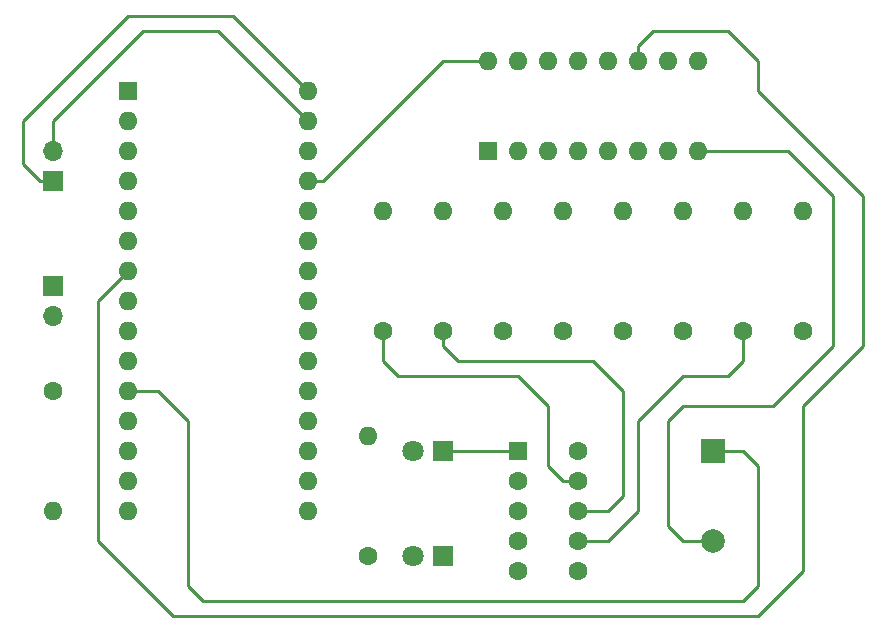
<source format=gbr>
G04 #@! TF.GenerationSoftware,KiCad,Pcbnew,(5.1.5)-3*
G04 #@! TF.CreationDate,2020-04-04T18:01:30+02:00*
G04 #@! TF.ProjectId,BuzzDuino,42757a7a-4475-4696-9e6f-2e6b69636164,rev?*
G04 #@! TF.SameCoordinates,Original*
G04 #@! TF.FileFunction,Copper,L2,Bot*
G04 #@! TF.FilePolarity,Positive*
%FSLAX46Y46*%
G04 Gerber Fmt 4.6, Leading zero omitted, Abs format (unit mm)*
G04 Created by KiCad (PCBNEW (5.1.5)-3) date 2020-04-04 18:01:30*
%MOMM*%
%LPD*%
G04 APERTURE LIST*
%ADD10O,1.600000X1.600000*%
%ADD11C,1.600000*%
%ADD12O,1.700000X1.700000*%
%ADD13R,1.700000X1.700000*%
%ADD14R,1.600000X1.600000*%
%ADD15C,2.000000*%
%ADD16R,2.000000X2.000000*%
%ADD17C,1.800000*%
%ADD18R,1.800000X1.800000*%
%ADD19C,0.250000*%
G04 APERTURE END LIST*
D10*
X128270000Y-109220000D03*
D11*
X128270000Y-119380000D03*
D10*
X101600000Y-115570000D03*
D11*
X101600000Y-105410000D03*
D12*
X101600000Y-99060000D03*
D13*
X101600000Y-96520000D03*
D12*
X101600000Y-85090000D03*
D13*
X101600000Y-87630000D03*
D10*
X123190000Y-115570000D03*
X107950000Y-115570000D03*
X123190000Y-80010000D03*
X107950000Y-113030000D03*
X123190000Y-82550000D03*
X107950000Y-110490000D03*
X123190000Y-85090000D03*
X107950000Y-107950000D03*
X123190000Y-87630000D03*
X107950000Y-105410000D03*
X123190000Y-90170000D03*
X107950000Y-102870000D03*
X123190000Y-92710000D03*
X107950000Y-100330000D03*
X123190000Y-95250000D03*
X107950000Y-97790000D03*
X123190000Y-97790000D03*
X107950000Y-95250000D03*
X123190000Y-100330000D03*
X107950000Y-92710000D03*
X123190000Y-102870000D03*
X107950000Y-90170000D03*
X123190000Y-105410000D03*
X107950000Y-87630000D03*
X123190000Y-107950000D03*
X107950000Y-85090000D03*
X123190000Y-110490000D03*
X107950000Y-82550000D03*
X123190000Y-113030000D03*
D14*
X107950000Y-80010000D03*
D10*
X160020000Y-90170000D03*
D11*
X160020000Y-100330000D03*
D15*
X157480000Y-118090000D03*
D16*
X157480000Y-110490000D03*
D11*
X146050000Y-110490000D03*
X146050000Y-113030000D03*
X146050000Y-115570000D03*
X146050000Y-118110000D03*
X146050000Y-120650000D03*
X140970000Y-120650000D03*
X140970000Y-118110000D03*
X140970000Y-115570000D03*
X140970000Y-113030000D03*
D14*
X140970000Y-110490000D03*
D10*
X138430000Y-77470000D03*
X156210000Y-85090000D03*
X140970000Y-77470000D03*
X153670000Y-85090000D03*
X143510000Y-77470000D03*
X151130000Y-85090000D03*
X146050000Y-77470000D03*
X148590000Y-85090000D03*
X148590000Y-77470000D03*
X146050000Y-85090000D03*
X151130000Y-77470000D03*
X143510000Y-85090000D03*
X153670000Y-77470000D03*
X140970000Y-85090000D03*
X156210000Y-77470000D03*
D14*
X138430000Y-85090000D03*
D10*
X154940000Y-90170000D03*
D11*
X154940000Y-100330000D03*
D10*
X149860000Y-90170000D03*
D11*
X149860000Y-100330000D03*
D10*
X144780000Y-90170000D03*
D11*
X144780000Y-100330000D03*
D10*
X139700000Y-90170000D03*
D11*
X139700000Y-100330000D03*
D10*
X134620000Y-90170000D03*
D11*
X134620000Y-100330000D03*
D10*
X129540000Y-90170000D03*
D11*
X129540000Y-100330000D03*
D10*
X165100000Y-90170000D03*
D11*
X165100000Y-100330000D03*
D17*
X132080000Y-110490000D03*
D18*
X134620000Y-110490000D03*
D17*
X132080000Y-119380000D03*
D18*
X134620000Y-119380000D03*
D19*
X100500000Y-87630000D02*
X101600000Y-87630000D01*
X116840000Y-73660000D02*
X107950000Y-73660000D01*
X107950000Y-73660000D02*
X99060000Y-82550000D01*
X123190000Y-80010000D02*
X116840000Y-73660000D01*
X99060000Y-82550000D02*
X99060000Y-86190000D01*
X99060000Y-86190000D02*
X100500000Y-87630000D01*
X134620000Y-110490000D02*
X140970000Y-110490000D01*
X156210000Y-85090000D02*
X163830000Y-85090000D01*
X163830000Y-85090000D02*
X167640000Y-88900000D01*
X167640000Y-88900000D02*
X167640000Y-101600000D01*
X167640000Y-101600000D02*
X162560000Y-106680000D01*
X162560000Y-106680000D02*
X154940000Y-106680000D01*
X154940000Y-106680000D02*
X153670000Y-107950000D01*
X153670000Y-107950000D02*
X153670000Y-116840000D01*
X153670000Y-116840000D02*
X154940000Y-118110000D01*
X154960000Y-118090000D02*
X157480000Y-118090000D01*
X154940000Y-118110000D02*
X154960000Y-118090000D01*
X109220000Y-74930000D02*
X101600000Y-82550000D01*
X123190000Y-82550000D02*
X115570000Y-74930000D01*
X115570000Y-74930000D02*
X109220000Y-74930000D01*
X101600000Y-82550000D02*
X101600000Y-85090000D01*
X123190000Y-87630000D02*
X124460000Y-87630000D01*
X134620000Y-77470000D02*
X138430000Y-77470000D01*
X124460000Y-87630000D02*
X134620000Y-77470000D01*
X160020000Y-110490000D02*
X157480000Y-110490000D01*
X161290000Y-121920000D02*
X161290000Y-111760000D01*
X160020000Y-123190000D02*
X161290000Y-121920000D01*
X110490000Y-105410000D02*
X113030000Y-107950000D01*
X107950000Y-105410000D02*
X110490000Y-105410000D01*
X161290000Y-111760000D02*
X160020000Y-110490000D01*
X113030000Y-121920000D02*
X114300000Y-123190000D01*
X113030000Y-107950000D02*
X113030000Y-121920000D01*
X114300000Y-123190000D02*
X160020000Y-123190000D01*
X151130000Y-76200000D02*
X151130000Y-77470000D01*
X158750000Y-74930000D02*
X152400000Y-74930000D01*
X152400000Y-74930000D02*
X151130000Y-76200000D01*
X111760000Y-124460000D02*
X161290000Y-124460000D01*
X107950000Y-95250000D02*
X105410000Y-97790000D01*
X105410000Y-97790000D02*
X105410000Y-118110000D01*
X161290000Y-124460000D02*
X165100000Y-120650000D01*
X105410000Y-118110000D02*
X111760000Y-124460000D01*
X165100000Y-120650000D02*
X165100000Y-106680000D01*
X161290000Y-77470000D02*
X158750000Y-74930000D01*
X170180000Y-101600000D02*
X170180000Y-88900000D01*
X165100000Y-106680000D02*
X170180000Y-101600000D01*
X170180000Y-88900000D02*
X161290000Y-80010000D01*
X161290000Y-80010000D02*
X161290000Y-77470000D01*
X146050000Y-113030000D02*
X144780000Y-113030000D01*
X144780000Y-113030000D02*
X143510000Y-111760000D01*
X143510000Y-111760000D02*
X143510000Y-106680000D01*
X143510000Y-106680000D02*
X140970000Y-104140000D01*
X140970000Y-104140000D02*
X130810000Y-104140000D01*
X129540000Y-102870000D02*
X129540000Y-100330000D01*
X130810000Y-104140000D02*
X129540000Y-102870000D01*
X134620000Y-100330000D02*
X134620000Y-101600000D01*
X134620000Y-101600000D02*
X135890000Y-102870000D01*
X135890000Y-102870000D02*
X147320000Y-102870000D01*
X147320000Y-102870000D02*
X149860000Y-105410000D01*
X149860000Y-105410000D02*
X149860000Y-114300000D01*
X148590000Y-115570000D02*
X146050000Y-115570000D01*
X149860000Y-114300000D02*
X148590000Y-115570000D01*
X160020000Y-102870000D02*
X158750000Y-104140000D01*
X160020000Y-100330000D02*
X160020000Y-102870000D01*
X148590000Y-118110000D02*
X146050000Y-118110000D01*
X151130000Y-115570000D02*
X148590000Y-118110000D01*
X151130000Y-107950000D02*
X151130000Y-115570000D01*
X158750000Y-104140000D02*
X154940000Y-104140000D01*
X154940000Y-104140000D02*
X151130000Y-107950000D01*
M02*

</source>
